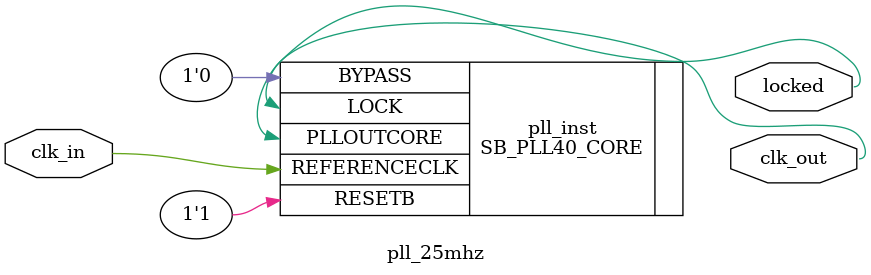
<source format=v>
`default_nettype none


module pll_25mhz (
    input  wire clk_in,      // 12 MHz input clock
    output wire clk_out,     // ~25.175 MHz output clock
    output wire locked       // PLL lock indicator
);

    SB_PLL40_CORE #(
        .FEEDBACK_PATH("SIMPLE"),
        .DIVR(4'b0000),         // DIVR =  0
        .DIVF(7'b1000010),      // DIVF = 66
        .DIVQ(3'b101),          // DIVQ =  5
        .FILTER_RANGE(3'b001)
    ) pll_inst (
        .LOCK(locked),
        .RESETB(1'b1),
        .BYPASS(1'b0),
        .REFERENCECLK(clk_in),
        .PLLOUTCORE(clk_out)
    );

endmodule

</source>
